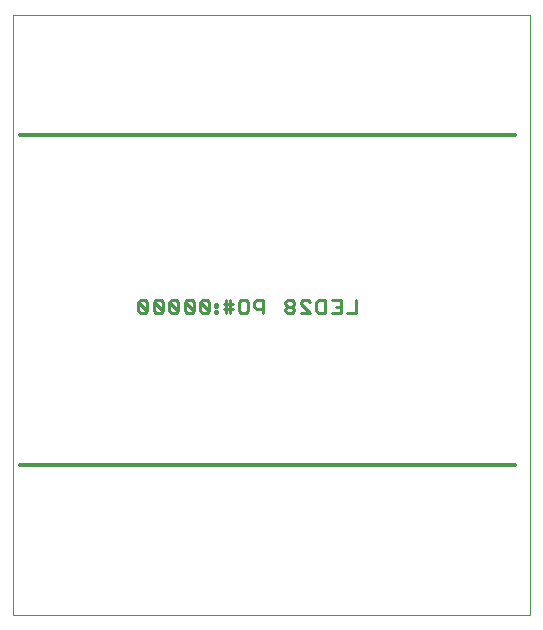
<source format=gbo>
G75*
G70*
%OFA0B0*%
%FSLAX24Y24*%
%IPPOS*%
%LPD*%
%AMOC8*
5,1,8,0,0,1.08239X$1,22.5*
%
%ADD10C,0.0000*%
%ADD11C,0.0110*%
%ADD12C,0.0120*%
D10*
X011436Y000987D02*
X011436Y020987D01*
X028686Y020987D01*
X028686Y000987D01*
X011436Y000987D01*
D11*
X015695Y011042D02*
X015620Y011117D01*
X015620Y011417D01*
X015920Y011117D01*
X015845Y011042D01*
X015695Y011042D01*
X015920Y011117D02*
X015920Y011417D01*
X015845Y011492D01*
X015695Y011492D01*
X015620Y011417D01*
X016136Y011417D02*
X016136Y011117D01*
X016211Y011042D01*
X016361Y011042D01*
X016436Y011117D01*
X016136Y011417D01*
X016211Y011492D01*
X016361Y011492D01*
X016436Y011417D01*
X016436Y011117D01*
X016651Y011117D02*
X016726Y011042D01*
X016876Y011042D01*
X016951Y011117D01*
X016651Y011417D01*
X016651Y011117D01*
X016951Y011117D02*
X016951Y011417D01*
X016876Y011492D01*
X016726Y011492D01*
X016651Y011417D01*
X017167Y011417D02*
X017167Y011117D01*
X017242Y011042D01*
X017392Y011042D01*
X017467Y011117D01*
X017167Y011417D01*
X017242Y011492D01*
X017392Y011492D01*
X017467Y011417D01*
X017467Y011117D01*
X017682Y011117D02*
X017758Y011042D01*
X017908Y011042D01*
X017983Y011117D01*
X017682Y011417D01*
X017682Y011117D01*
X017983Y011117D02*
X017983Y011417D01*
X017908Y011492D01*
X017758Y011492D01*
X017682Y011417D01*
X018165Y011342D02*
X018165Y011267D01*
X018241Y011267D01*
X018241Y011342D01*
X018165Y011342D01*
X018165Y011117D02*
X018165Y011042D01*
X018241Y011042D01*
X018241Y011117D01*
X018165Y011117D01*
X018456Y011192D02*
X018756Y011192D01*
X018756Y011342D02*
X018531Y011342D01*
X018456Y011342D01*
X018531Y011492D02*
X018531Y011042D01*
X018681Y011042D02*
X018681Y011492D01*
X018972Y011417D02*
X019047Y011492D01*
X019197Y011492D01*
X019272Y011417D01*
X019272Y011117D01*
X019197Y011042D01*
X019047Y011042D01*
X018972Y011117D01*
X018972Y011417D01*
X019487Y011417D02*
X019487Y011267D01*
X019562Y011192D01*
X019787Y011192D01*
X019787Y011042D02*
X019787Y011492D01*
X019562Y011492D01*
X019487Y011417D01*
X020518Y011417D02*
X020518Y011342D01*
X020594Y011267D01*
X020744Y011267D01*
X020819Y011342D01*
X020819Y011417D01*
X020744Y011492D01*
X020594Y011492D01*
X020518Y011417D01*
X020594Y011267D02*
X020518Y011192D01*
X020518Y011117D01*
X020594Y011042D01*
X020744Y011042D01*
X020819Y011117D01*
X020819Y011192D01*
X020744Y011267D01*
X021034Y011342D02*
X021034Y011417D01*
X021109Y011492D01*
X021259Y011492D01*
X021334Y011417D01*
X021550Y011417D02*
X021625Y011492D01*
X021850Y011492D01*
X021850Y011042D01*
X021625Y011042D01*
X021550Y011117D01*
X021550Y011417D01*
X021334Y011042D02*
X021034Y011042D01*
X021334Y011042D02*
X021034Y011342D01*
X022065Y011492D02*
X022366Y011492D01*
X022366Y011042D01*
X022065Y011042D01*
X022216Y011267D02*
X022366Y011267D01*
X022581Y011042D02*
X022881Y011042D01*
X022881Y011492D01*
D12*
X028186Y016987D02*
X011686Y016987D01*
X011686Y005987D02*
X028186Y005987D01*
M02*

</source>
